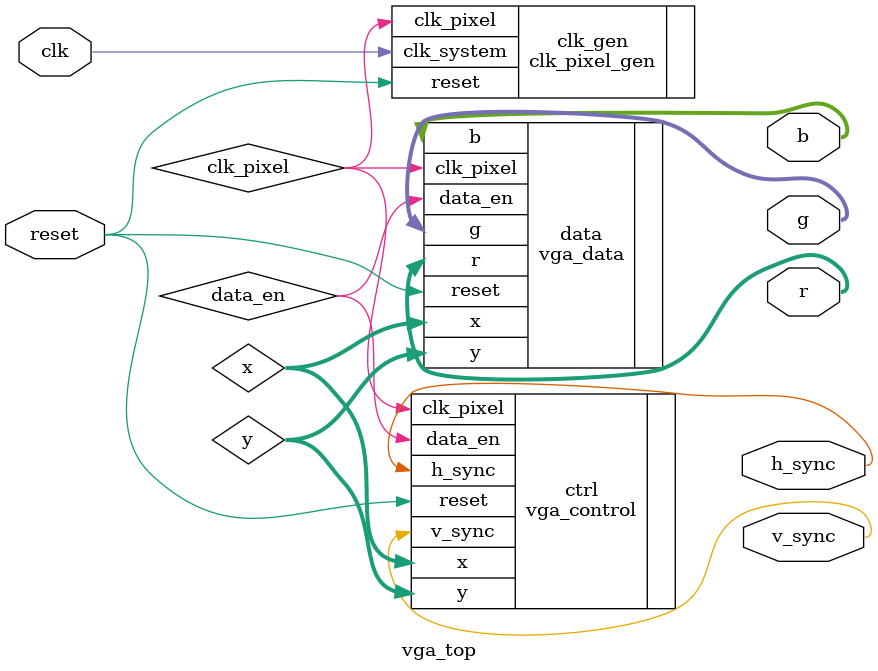
<source format=v>
`timescale 1ns / 1ps


module vga_top(
    input clk,
    input reset,
    output [3:0] r,
    output [3:0] g,
    output [3:0] b,
    output h_sync,
    output v_sync
    );

    wire clk_pixel; // Pixel clock: 25.20325 MHz ~= 800 * 525 * 60
    clk_pixel_gen clk_gen(
        .clk_system(clk),
        .reset(reset),
        .clk_pixel(clk_pixel)
    );

    wire [9:0] x;
    wire [9:0] y;
    wire data_en;
    vga_control ctrl(
        .clk_pixel(clk_pixel),
        .reset(reset),
        .x(x),
        .y(y),
        .h_sync(h_sync),
        .v_sync(v_sync),
        .data_en(data_en)
    );

    vga_data data(
        .clk_pixel(clk_pixel),
        .reset(reset),
        .x(x),
        .y(y),
        .data_en(data_en),
        .r(r),
        .g(g),
        .b(b)
    );


endmodule

</source>
